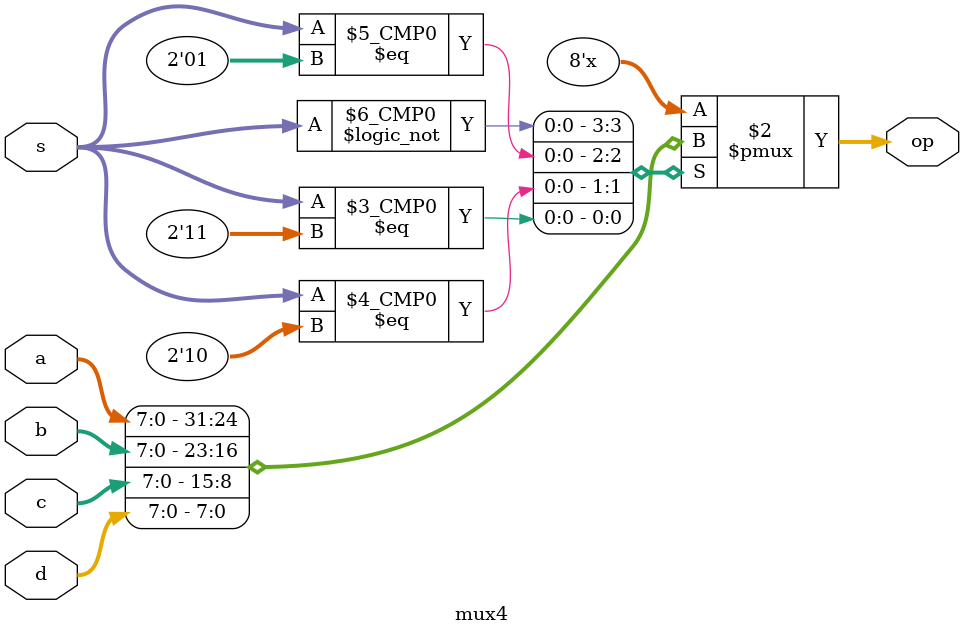
<source format=v>
module mux4 #(parameter WIDTH=8)(
    input[WIDTH-1:0] a,b,c,d,
    input[1:0] s,
    output reg[WIDTH-1:0] op
);
    always @(*)begin
        case(s)
            2'b00:op<=a;
            2'b01:op<=b;
            2'b10:op<=c;
            2'b11:op<=d;
        endcase
    end
endmodule
</source>
